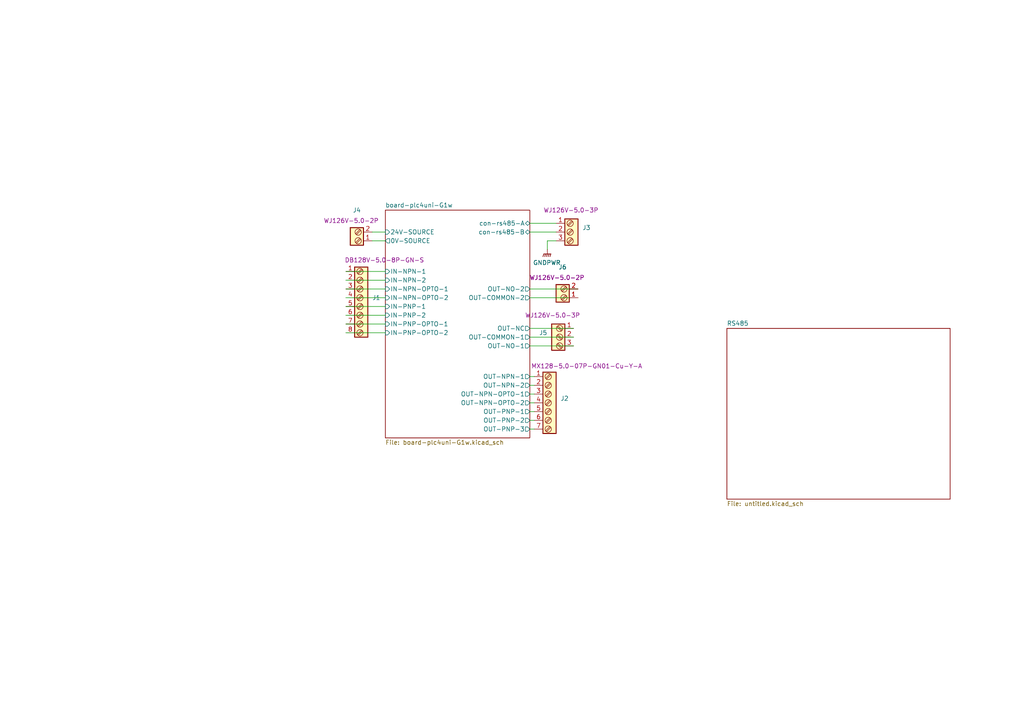
<source format=kicad_sch>
(kicad_sch
	(version 20250114)
	(generator "eeschema")
	(generator_version "9.0")
	(uuid "65c875c0-73bd-43df-b6cd-4a685398cace")
	(paper "A4")
	(lib_symbols
		(symbol "PCM_SL_Screw_Terminal:Screw_Terminal_2_P5.00mm"
			(exclude_from_sim no)
			(in_bom yes)
			(on_board yes)
			(property "Reference" "J"
				(at 0 3.81 0)
				(effects
					(font
						(size 1.27 1.27)
					)
				)
			)
			(property "Value" "Screw_Terminal_2_P5.00mm"
				(at 0 -3.81 0)
				(effects
					(font
						(size 1.27 1.27)
					)
				)
			)
			(property "Footprint" "TerminalBlock_Phoenix:TerminalBlock_Phoenix_PT-1,5-2-5.0-H_1x02_P5.00mm_Horizontal"
				(at 1.27 -6.35 0)
				(effects
					(font
						(size 1.27 1.27)
					)
					(hide yes)
				)
			)
			(property "Datasheet" ""
				(at 0 0 0)
				(effects
					(font
						(size 1.27 1.27)
					)
					(hide yes)
				)
			)
			(property "Description" ""
				(at 0 0 0)
				(effects
					(font
						(size 1.27 1.27)
					)
					(hide yes)
				)
			)
			(property "ki_keywords" "Screw Terminal"
				(at 0 0 0)
				(effects
					(font
						(size 1.27 1.27)
					)
					(hide yes)
				)
			)
			(symbol "Screw_Terminal_2_P5.00mm_0_1"
				(rectangle
					(start -1.27 2.54)
					(end 2.54 -2.54)
					(stroke
						(width 0.3)
						(type default)
					)
					(fill
						(type background)
					)
				)
				(polyline
					(pts
						(xy -0.254 0.508) (xy 1.016 1.778)
					)
					(stroke
						(width 0)
						(type default)
					)
					(fill
						(type none)
					)
				)
				(polyline
					(pts
						(xy -0.254 -2.032) (xy 1.016 -0.762)
					)
					(stroke
						(width 0)
						(type default)
					)
					(fill
						(type none)
					)
				)
				(polyline
					(pts
						(xy 0 1.27) (xy -0.508 0.762) (xy 0.762 2.032)
					)
					(stroke
						(width 0)
						(type default)
					)
					(fill
						(type none)
					)
				)
				(polyline
					(pts
						(xy 0 -1.27) (xy -0.508 -1.778) (xy 0.762 -0.508)
					)
					(stroke
						(width 0)
						(type default)
					)
					(fill
						(type none)
					)
				)
				(circle
					(center 0.254 1.27)
					(radius 0.9158)
					(stroke
						(width 0)
						(type default)
					)
					(fill
						(type none)
					)
				)
				(circle
					(center 0.254 -1.27)
					(radius 0.9158)
					(stroke
						(width 0)
						(type default)
					)
					(fill
						(type none)
					)
				)
			)
			(symbol "Screw_Terminal_2_P5.00mm_1_1"
				(pin passive line
					(at -3.81 1.27 0)
					(length 2.54)
					(name ""
						(effects
							(font
								(size 1.27 1.27)
							)
						)
					)
					(number "1"
						(effects
							(font
								(size 1.27 1.27)
							)
						)
					)
				)
				(pin passive line
					(at -3.81 -1.27 0)
					(length 2.54)
					(name ""
						(effects
							(font
								(size 1.27 1.27)
							)
						)
					)
					(number "2"
						(effects
							(font
								(size 1.27 1.27)
							)
						)
					)
				)
			)
			(embedded_fonts no)
		)
		(symbol "PCM_SL_Screw_Terminal:Screw_Terminal_3_P5.00mm"
			(exclude_from_sim no)
			(in_bom yes)
			(on_board yes)
			(property "Reference" "J"
				(at 0 5.842 0)
				(effects
					(font
						(size 1.27 1.27)
					)
				)
			)
			(property "Value" "Screw_Terminal_3_P5.00mm"
				(at 1.27 -5.588 0)
				(effects
					(font
						(size 1.27 1.27)
					)
				)
			)
			(property "Footprint" "TerminalBlock_Phoenix:TerminalBlock_Phoenix_PT-1,5-3-5.0-H_1x03_P5.00mm_Horizontal"
				(at 1.27 -7.62 0)
				(effects
					(font
						(size 1.27 1.27)
					)
					(hide yes)
				)
			)
			(property "Datasheet" ""
				(at 0 1.27 0)
				(effects
					(font
						(size 1.27 1.27)
					)
					(hide yes)
				)
			)
			(property "Description" ""
				(at 0 0 0)
				(effects
					(font
						(size 1.27 1.27)
					)
					(hide yes)
				)
			)
			(symbol "Screw_Terminal_3_P5.00mm_0_1"
				(rectangle
					(start -1.27 3.81)
					(end 2.54 -3.81)
					(stroke
						(width 0.3)
						(type default)
					)
					(fill
						(type background)
					)
				)
				(polyline
					(pts
						(xy -0.254 1.778) (xy 1.016 3.048)
					)
					(stroke
						(width 0)
						(type default)
					)
					(fill
						(type none)
					)
				)
				(polyline
					(pts
						(xy -0.254 -0.762) (xy 1.016 0.508)
					)
					(stroke
						(width 0)
						(type default)
					)
					(fill
						(type none)
					)
				)
				(polyline
					(pts
						(xy -0.254 -3.302) (xy 1.016 -2.032)
					)
					(stroke
						(width 0)
						(type default)
					)
					(fill
						(type none)
					)
				)
				(polyline
					(pts
						(xy 0 2.54) (xy -0.508 2.032) (xy 0.762 3.302)
					)
					(stroke
						(width 0)
						(type default)
					)
					(fill
						(type none)
					)
				)
				(polyline
					(pts
						(xy 0 0) (xy -0.508 -0.508) (xy 0.762 0.762)
					)
					(stroke
						(width 0)
						(type default)
					)
					(fill
						(type none)
					)
				)
				(polyline
					(pts
						(xy 0 -2.54) (xy -0.508 -3.048) (xy 0.762 -1.778)
					)
					(stroke
						(width 0)
						(type default)
					)
					(fill
						(type none)
					)
				)
				(circle
					(center 0.254 2.54)
					(radius 0.9158)
					(stroke
						(width 0)
						(type default)
					)
					(fill
						(type none)
					)
				)
				(circle
					(center 0.254 0)
					(radius 0.9158)
					(stroke
						(width 0)
						(type default)
					)
					(fill
						(type none)
					)
				)
				(circle
					(center 0.254 -2.54)
					(radius 0.9158)
					(stroke
						(width 0)
						(type default)
					)
					(fill
						(type none)
					)
				)
			)
			(symbol "Screw_Terminal_3_P5.00mm_1_1"
				(pin passive line
					(at -3.81 2.54 0)
					(length 2.54)
					(name ""
						(effects
							(font
								(size 1.27 1.27)
							)
						)
					)
					(number "1"
						(effects
							(font
								(size 1.27 1.27)
							)
						)
					)
				)
				(pin passive line
					(at -3.81 0 0)
					(length 2.54)
					(name ""
						(effects
							(font
								(size 1.27 1.27)
							)
						)
					)
					(number "2"
						(effects
							(font
								(size 1.27 1.27)
							)
						)
					)
				)
				(pin passive line
					(at -3.81 -2.54 0)
					(length 2.54)
					(name ""
						(effects
							(font
								(size 1.27 1.27)
							)
						)
					)
					(number "3"
						(effects
							(font
								(size 1.27 1.27)
							)
						)
					)
				)
			)
			(embedded_fonts no)
		)
		(symbol "PCM_SL_Screw_Terminal:Screw_Terminal_7_P5.00mm"
			(exclude_from_sim no)
			(in_bom yes)
			(on_board yes)
			(property "Reference" "J"
				(at 0 10.16 0)
				(effects
					(font
						(size 1.27 1.27)
					)
				)
			)
			(property "Value" "Screw_Terminal_7_P5.00mm"
				(at 1.27 -10.16 0)
				(effects
					(font
						(size 1.27 1.27)
					)
				)
			)
			(property "Footprint" "TerminalBlock_Phoenix:TerminalBlock_Phoenix_PT-1,5-7-5.0-H_1x07_P5.00mm_Horizontal"
				(at 1.27 -12.7 0)
				(effects
					(font
						(size 1.27 1.27)
					)
					(hide yes)
				)
			)
			(property "Datasheet" ""
				(at 0 6.35 0)
				(effects
					(font
						(size 1.27 1.27)
					)
					(hide yes)
				)
			)
			(property "Description" ""
				(at 0 0 0)
				(effects
					(font
						(size 1.27 1.27)
					)
					(hide yes)
				)
			)
			(symbol "Screw_Terminal_7_P5.00mm_0_1"
				(rectangle
					(start -1.27 8.89)
					(end 2.54 -8.89)
					(stroke
						(width 0.3)
						(type default)
					)
					(fill
						(type background)
					)
				)
				(polyline
					(pts
						(xy -0.254 6.858) (xy 1.016 8.128)
					)
					(stroke
						(width 0)
						(type default)
					)
					(fill
						(type none)
					)
				)
				(polyline
					(pts
						(xy -0.254 4.318) (xy 1.016 5.588)
					)
					(stroke
						(width 0)
						(type default)
					)
					(fill
						(type none)
					)
				)
				(polyline
					(pts
						(xy -0.254 1.778) (xy 1.016 3.048)
					)
					(stroke
						(width 0)
						(type default)
					)
					(fill
						(type none)
					)
				)
				(polyline
					(pts
						(xy -0.254 -0.762) (xy 1.016 0.508)
					)
					(stroke
						(width 0)
						(type default)
					)
					(fill
						(type none)
					)
				)
				(polyline
					(pts
						(xy -0.254 -3.302) (xy 1.016 -2.032)
					)
					(stroke
						(width 0)
						(type default)
					)
					(fill
						(type none)
					)
				)
				(polyline
					(pts
						(xy -0.254 -5.842) (xy 1.016 -4.572)
					)
					(stroke
						(width 0)
						(type default)
					)
					(fill
						(type none)
					)
				)
				(polyline
					(pts
						(xy -0.254 -8.382) (xy 1.016 -7.112)
					)
					(stroke
						(width 0)
						(type default)
					)
					(fill
						(type none)
					)
				)
				(polyline
					(pts
						(xy 0 7.62) (xy -0.508 7.112) (xy 0.762 8.382)
					)
					(stroke
						(width 0)
						(type default)
					)
					(fill
						(type none)
					)
				)
				(polyline
					(pts
						(xy 0 5.08) (xy -0.508 4.572) (xy 0.762 5.842)
					)
					(stroke
						(width 0)
						(type default)
					)
					(fill
						(type none)
					)
				)
				(polyline
					(pts
						(xy 0 2.54) (xy -0.508 2.032) (xy 0.762 3.302)
					)
					(stroke
						(width 0)
						(type default)
					)
					(fill
						(type none)
					)
				)
				(polyline
					(pts
						(xy 0 0) (xy -0.508 -0.508) (xy 0.762 0.762)
					)
					(stroke
						(width 0)
						(type default)
					)
					(fill
						(type none)
					)
				)
				(polyline
					(pts
						(xy 0 -2.54) (xy -0.508 -3.048) (xy 0.762 -1.778)
					)
					(stroke
						(width 0)
						(type default)
					)
					(fill
						(type none)
					)
				)
				(polyline
					(pts
						(xy 0 -5.08) (xy -0.508 -5.588) (xy 0.762 -4.318)
					)
					(stroke
						(width 0)
						(type default)
					)
					(fill
						(type none)
					)
				)
				(polyline
					(pts
						(xy 0 -7.62) (xy -0.508 -8.128) (xy 0.762 -6.858)
					)
					(stroke
						(width 0)
						(type default)
					)
					(fill
						(type none)
					)
				)
				(circle
					(center 0.254 7.62)
					(radius 0.9158)
					(stroke
						(width 0)
						(type default)
					)
					(fill
						(type none)
					)
				)
				(circle
					(center 0.254 5.08)
					(radius 0.9158)
					(stroke
						(width 0)
						(type default)
					)
					(fill
						(type none)
					)
				)
				(circle
					(center 0.254 2.54)
					(radius 0.9158)
					(stroke
						(width 0)
						(type default)
					)
					(fill
						(type none)
					)
				)
				(circle
					(center 0.254 0)
					(radius 0.9158)
					(stroke
						(width 0)
						(type default)
					)
					(fill
						(type none)
					)
				)
				(circle
					(center 0.254 -2.54)
					(radius 0.9158)
					(stroke
						(width 0)
						(type default)
					)
					(fill
						(type none)
					)
				)
				(circle
					(center 0.254 -5.08)
					(radius 0.9158)
					(stroke
						(width 0)
						(type default)
					)
					(fill
						(type none)
					)
				)
				(circle
					(center 0.254 -7.62)
					(radius 0.9158)
					(stroke
						(width 0)
						(type default)
					)
					(fill
						(type none)
					)
				)
			)
			(symbol "Screw_Terminal_7_P5.00mm_1_1"
				(pin passive line
					(at -3.81 7.62 0)
					(length 2.54)
					(name ""
						(effects
							(font
								(size 1.27 1.27)
							)
						)
					)
					(number "1"
						(effects
							(font
								(size 1.27 1.27)
							)
						)
					)
				)
				(pin passive line
					(at -3.81 5.08 0)
					(length 2.54)
					(name ""
						(effects
							(font
								(size 1.27 1.27)
							)
						)
					)
					(number "2"
						(effects
							(font
								(size 1.27 1.27)
							)
						)
					)
				)
				(pin passive line
					(at -3.81 2.54 0)
					(length 2.54)
					(name ""
						(effects
							(font
								(size 1.27 1.27)
							)
						)
					)
					(number "3"
						(effects
							(font
								(size 1.27 1.27)
							)
						)
					)
				)
				(pin passive line
					(at -3.81 0 0)
					(length 2.54)
					(name ""
						(effects
							(font
								(size 1.27 1.27)
							)
						)
					)
					(number "4"
						(effects
							(font
								(size 1.27 1.27)
							)
						)
					)
				)
				(pin passive line
					(at -3.81 -2.54 0)
					(length 2.54)
					(name ""
						(effects
							(font
								(size 1.27 1.27)
							)
						)
					)
					(number "5"
						(effects
							(font
								(size 1.27 1.27)
							)
						)
					)
				)
				(pin passive line
					(at -3.81 -5.08 0)
					(length 2.54)
					(name ""
						(effects
							(font
								(size 1.27 1.27)
							)
						)
					)
					(number "6"
						(effects
							(font
								(size 1.27 1.27)
							)
						)
					)
				)
				(pin passive line
					(at -3.81 -7.62 0)
					(length 2.54)
					(name ""
						(effects
							(font
								(size 1.27 1.27)
							)
						)
					)
					(number "7"
						(effects
							(font
								(size 1.27 1.27)
							)
						)
					)
				)
			)
			(embedded_fonts no)
		)
		(symbol "PCM_SL_Screw_Terminal:Screw_Terminal_8_P5.00mm"
			(exclude_from_sim no)
			(in_bom yes)
			(on_board yes)
			(property "Reference" "J"
				(at 0 11.43 0)
				(effects
					(font
						(size 1.27 1.27)
					)
				)
			)
			(property "Value" "Screw_Terminal_8_P5.00mm"
				(at 1.27 -11.43 0)
				(effects
					(font
						(size 1.27 1.27)
					)
				)
			)
			(property "Footprint" "TerminalBlock_Phoenix:TerminalBlock_Phoenix_PT-1,5-8-5.0-H_1x08_P5.00mm_Horizontal"
				(at 1.27 -13.97 0)
				(effects
					(font
						(size 1.27 1.27)
					)
					(hide yes)
				)
			)
			(property "Datasheet" ""
				(at 0 7.62 0)
				(effects
					(font
						(size 1.27 1.27)
					)
					(hide yes)
				)
			)
			(property "Description" ""
				(at 0 0 0)
				(effects
					(font
						(size 1.27 1.27)
					)
					(hide yes)
				)
			)
			(symbol "Screw_Terminal_8_P5.00mm_0_1"
				(rectangle
					(start -1.27 10.16)
					(end 2.54 -10.16)
					(stroke
						(width 0.3)
						(type default)
					)
					(fill
						(type background)
					)
				)
				(polyline
					(pts
						(xy -0.254 8.128) (xy 1.016 9.398)
					)
					(stroke
						(width 0)
						(type default)
					)
					(fill
						(type none)
					)
				)
				(polyline
					(pts
						(xy -0.254 5.588) (xy 1.016 6.858)
					)
					(stroke
						(width 0)
						(type default)
					)
					(fill
						(type none)
					)
				)
				(polyline
					(pts
						(xy -0.254 3.048) (xy 1.016 4.318)
					)
					(stroke
						(width 0)
						(type default)
					)
					(fill
						(type none)
					)
				)
				(polyline
					(pts
						(xy -0.254 0.508) (xy 1.016 1.778)
					)
					(stroke
						(width 0)
						(type default)
					)
					(fill
						(type none)
					)
				)
				(polyline
					(pts
						(xy -0.254 -2.032) (xy 1.016 -0.762)
					)
					(stroke
						(width 0)
						(type default)
					)
					(fill
						(type none)
					)
				)
				(polyline
					(pts
						(xy -0.254 -4.572) (xy 1.016 -3.302)
					)
					(stroke
						(width 0)
						(type default)
					)
					(fill
						(type none)
					)
				)
				(polyline
					(pts
						(xy -0.254 -7.112) (xy 1.016 -5.842)
					)
					(stroke
						(width 0)
						(type default)
					)
					(fill
						(type none)
					)
				)
				(polyline
					(pts
						(xy -0.254 -9.652) (xy 1.016 -8.382)
					)
					(stroke
						(width 0)
						(type default)
					)
					(fill
						(type none)
					)
				)
				(polyline
					(pts
						(xy 0 8.89) (xy -0.508 8.382) (xy 0.762 9.652)
					)
					(stroke
						(width 0)
						(type default)
					)
					(fill
						(type none)
					)
				)
				(polyline
					(pts
						(xy 0 6.35) (xy -0.508 5.842) (xy 0.762 7.112)
					)
					(stroke
						(width 0)
						(type default)
					)
					(fill
						(type none)
					)
				)
				(polyline
					(pts
						(xy 0 3.81) (xy -0.508 3.302) (xy 0.762 4.572)
					)
					(stroke
						(width 0)
						(type default)
					)
					(fill
						(type none)
					)
				)
				(polyline
					(pts
						(xy 0 1.27) (xy -0.508 0.762) (xy 0.762 2.032)
					)
					(stroke
						(width 0)
						(type default)
					)
					(fill
						(type none)
					)
				)
				(polyline
					(pts
						(xy 0 -1.27) (xy -0.508 -1.778) (xy 0.762 -0.508)
					)
					(stroke
						(width 0)
						(type default)
					)
					(fill
						(type none)
					)
				)
				(polyline
					(pts
						(xy 0 -3.81) (xy -0.508 -4.318) (xy 0.762 -3.048)
					)
					(stroke
						(width 0)
						(type default)
					)
					(fill
						(type none)
					)
				)
				(polyline
					(pts
						(xy 0 -6.35) (xy -0.508 -6.858) (xy 0.762 -5.588)
					)
					(stroke
						(width 0)
						(type default)
					)
					(fill
						(type none)
					)
				)
				(polyline
					(pts
						(xy 0 -8.89) (xy -0.508 -9.398) (xy 0.762 -8.128)
					)
					(stroke
						(width 0)
						(type default)
					)
					(fill
						(type none)
					)
				)
				(circle
					(center 0.254 8.89)
					(radius 0.9158)
					(stroke
						(width 0)
						(type default)
					)
					(fill
						(type none)
					)
				)
				(circle
					(center 0.254 6.35)
					(radius 0.9158)
					(stroke
						(width 0)
						(type default)
					)
					(fill
						(type none)
					)
				)
				(circle
					(center 0.254 3.81)
					(radius 0.9158)
					(stroke
						(width 0)
						(type default)
					)
					(fill
						(type none)
					)
				)
				(circle
					(center 0.254 1.27)
					(radius 0.9158)
					(stroke
						(width 0)
						(type default)
					)
					(fill
						(type none)
					)
				)
				(circle
					(center 0.254 -1.27)
					(radius 0.9158)
					(stroke
						(width 0)
						(type default)
					)
					(fill
						(type none)
					)
				)
				(circle
					(center 0.254 -3.81)
					(radius 0.9158)
					(stroke
						(width 0)
						(type default)
					)
					(fill
						(type none)
					)
				)
				(circle
					(center 0.254 -6.35)
					(radius 0.9158)
					(stroke
						(width 0)
						(type default)
					)
					(fill
						(type none)
					)
				)
				(circle
					(center 0.254 -8.89)
					(radius 0.9158)
					(stroke
						(width 0)
						(type default)
					)
					(fill
						(type none)
					)
				)
			)
			(symbol "Screw_Terminal_8_P5.00mm_1_1"
				(pin passive line
					(at -3.81 8.89 0)
					(length 2.54)
					(name ""
						(effects
							(font
								(size 1.27 1.27)
							)
						)
					)
					(number "1"
						(effects
							(font
								(size 1.27 1.27)
							)
						)
					)
				)
				(pin passive line
					(at -3.81 6.35 0)
					(length 2.54)
					(name ""
						(effects
							(font
								(size 1.27 1.27)
							)
						)
					)
					(number "2"
						(effects
							(font
								(size 1.27 1.27)
							)
						)
					)
				)
				(pin passive line
					(at -3.81 3.81 0)
					(length 2.54)
					(name ""
						(effects
							(font
								(size 1.27 1.27)
							)
						)
					)
					(number "3"
						(effects
							(font
								(size 1.27 1.27)
							)
						)
					)
				)
				(pin passive line
					(at -3.81 1.27 0)
					(length 2.54)
					(name ""
						(effects
							(font
								(size 1.27 1.27)
							)
						)
					)
					(number "4"
						(effects
							(font
								(size 1.27 1.27)
							)
						)
					)
				)
				(pin passive line
					(at -3.81 -1.27 0)
					(length 2.54)
					(name ""
						(effects
							(font
								(size 1.27 1.27)
							)
						)
					)
					(number "5"
						(effects
							(font
								(size 1.27 1.27)
							)
						)
					)
				)
				(pin passive line
					(at -3.81 -3.81 0)
					(length 2.54)
					(name ""
						(effects
							(font
								(size 1.27 1.27)
							)
						)
					)
					(number "6"
						(effects
							(font
								(size 1.27 1.27)
							)
						)
					)
				)
				(pin passive line
					(at -3.81 -6.35 0)
					(length 2.54)
					(name ""
						(effects
							(font
								(size 1.27 1.27)
							)
						)
					)
					(number "7"
						(effects
							(font
								(size 1.27 1.27)
							)
						)
					)
				)
				(pin passive line
					(at -3.81 -8.89 0)
					(length 2.54)
					(name ""
						(effects
							(font
								(size 1.27 1.27)
							)
						)
					)
					(number "8"
						(effects
							(font
								(size 1.27 1.27)
							)
						)
					)
				)
			)
			(embedded_fonts no)
		)
		(symbol "power:GNDPWR"
			(power)
			(pin_numbers
				(hide yes)
			)
			(pin_names
				(offset 0)
				(hide yes)
			)
			(exclude_from_sim no)
			(in_bom yes)
			(on_board yes)
			(property "Reference" "#PWR"
				(at 0 -5.08 0)
				(effects
					(font
						(size 1.27 1.27)
					)
					(hide yes)
				)
			)
			(property "Value" "GNDPWR"
				(at 0 -3.302 0)
				(effects
					(font
						(size 1.27 1.27)
					)
				)
			)
			(property "Footprint" ""
				(at 0 -1.27 0)
				(effects
					(font
						(size 1.27 1.27)
					)
					(hide yes)
				)
			)
			(property "Datasheet" ""
				(at 0 -1.27 0)
				(effects
					(font
						(size 1.27 1.27)
					)
					(hide yes)
				)
			)
			(property "Description" "Power symbol creates a global label with name \"GNDPWR\" , global ground"
				(at 0 0 0)
				(effects
					(font
						(size 1.27 1.27)
					)
					(hide yes)
				)
			)
			(property "ki_keywords" "global ground"
				(at 0 0 0)
				(effects
					(font
						(size 1.27 1.27)
					)
					(hide yes)
				)
			)
			(symbol "GNDPWR_0_1"
				(polyline
					(pts
						(xy -1.016 -1.27) (xy -1.27 -2.032) (xy -1.27 -2.032)
					)
					(stroke
						(width 0.2032)
						(type default)
					)
					(fill
						(type none)
					)
				)
				(polyline
					(pts
						(xy -0.508 -1.27) (xy -0.762 -2.032) (xy -0.762 -2.032)
					)
					(stroke
						(width 0.2032)
						(type default)
					)
					(fill
						(type none)
					)
				)
				(polyline
					(pts
						(xy 0 -1.27) (xy 0 0)
					)
					(stroke
						(width 0)
						(type default)
					)
					(fill
						(type none)
					)
				)
				(polyline
					(pts
						(xy 0 -1.27) (xy -0.254 -2.032) (xy -0.254 -2.032)
					)
					(stroke
						(width 0.2032)
						(type default)
					)
					(fill
						(type none)
					)
				)
				(polyline
					(pts
						(xy 0.508 -1.27) (xy 0.254 -2.032) (xy 0.254 -2.032)
					)
					(stroke
						(width 0.2032)
						(type default)
					)
					(fill
						(type none)
					)
				)
				(polyline
					(pts
						(xy 1.016 -1.27) (xy -1.016 -1.27) (xy -1.016 -1.27)
					)
					(stroke
						(width 0.2032)
						(type default)
					)
					(fill
						(type none)
					)
				)
				(polyline
					(pts
						(xy 1.016 -1.27) (xy 0.762 -2.032) (xy 0.762 -2.032) (xy 0.762 -2.032)
					)
					(stroke
						(width 0.2032)
						(type default)
					)
					(fill
						(type none)
					)
				)
			)
			(symbol "GNDPWR_1_1"
				(pin power_in line
					(at 0 0 270)
					(length 0)
					(name "~"
						(effects
							(font
								(size 1.27 1.27)
							)
						)
					)
					(number "1"
						(effects
							(font
								(size 1.27 1.27)
							)
						)
					)
				)
			)
			(embedded_fonts no)
		)
	)
	(wire
		(pts
			(xy 161.29 69.85) (xy 158.75 69.85)
		)
		(stroke
			(width 0)
			(type default)
		)
		(uuid "03352d34-1142-4e45-8dc1-4126c9b4eb18")
	)
	(wire
		(pts
			(xy 111.76 78.74) (xy 100.33 78.74)
		)
		(stroke
			(width 0)
			(type default)
		)
		(uuid "079edcce-4806-41b4-97cb-5936c88ad2d0")
	)
	(wire
		(pts
			(xy 153.67 119.38) (xy 154.94 119.38)
		)
		(stroke
			(width 0)
			(type default)
		)
		(uuid "085e81cf-17ab-4476-9c87-760e0f5f61aa")
	)
	(wire
		(pts
			(xy 111.76 96.52) (xy 100.33 96.52)
		)
		(stroke
			(width 0)
			(type default)
		)
		(uuid "15dae2f2-42bb-46fa-974f-88e1cbdcacc7")
	)
	(wire
		(pts
			(xy 107.95 69.85) (xy 111.76 69.85)
		)
		(stroke
			(width 0)
			(type default)
		)
		(uuid "3e3375e4-061c-4eb8-8747-6fbf6badb465")
	)
	(wire
		(pts
			(xy 153.67 111.76) (xy 154.94 111.76)
		)
		(stroke
			(width 0)
			(type default)
		)
		(uuid "452feed4-a3d1-43a4-b693-333f78c78bcb")
	)
	(wire
		(pts
			(xy 111.76 86.36) (xy 100.33 86.36)
		)
		(stroke
			(width 0)
			(type default)
		)
		(uuid "4634328d-203a-4227-8d51-7c5db978b105")
	)
	(wire
		(pts
			(xy 153.67 109.22) (xy 154.94 109.22)
		)
		(stroke
			(width 0)
			(type default)
		)
		(uuid "5527908b-5437-4a0d-b355-59f7e6c604f3")
	)
	(wire
		(pts
			(xy 167.64 83.82) (xy 153.67 83.82)
		)
		(stroke
			(width 0)
			(type default)
		)
		(uuid "61f68606-d84b-49cd-8c67-089a9af15797")
	)
	(wire
		(pts
			(xy 111.76 91.44) (xy 100.33 91.44)
		)
		(stroke
			(width 0)
			(type default)
		)
		(uuid "7a3d9bc5-e1dd-40a0-8ab5-2512187d2db7")
	)
	(wire
		(pts
			(xy 153.67 116.84) (xy 154.94 116.84)
		)
		(stroke
			(width 0)
			(type default)
		)
		(uuid "81175b23-05df-476f-be19-282c5a83264b")
	)
	(wire
		(pts
			(xy 166.37 95.25) (xy 153.67 95.25)
		)
		(stroke
			(width 0)
			(type default)
		)
		(uuid "a3a1e990-1143-440e-a02f-48b539e5b2ee")
	)
	(wire
		(pts
			(xy 166.37 97.79) (xy 153.67 97.79)
		)
		(stroke
			(width 0)
			(type default)
		)
		(uuid "a5b1d96b-5e0c-40c7-bd06-a4a41388f35f")
	)
	(wire
		(pts
			(xy 111.76 88.9) (xy 100.33 88.9)
		)
		(stroke
			(width 0)
			(type default)
		)
		(uuid "abb8b94a-af04-4ac5-9dd2-b6ceb2cdfdfe")
	)
	(wire
		(pts
			(xy 153.67 67.31) (xy 161.29 67.31)
		)
		(stroke
			(width 0)
			(type default)
		)
		(uuid "b19943c1-ff01-4b57-aa4c-443fbe76c9fa")
	)
	(wire
		(pts
			(xy 153.67 124.46) (xy 154.94 124.46)
		)
		(stroke
			(width 0)
			(type default)
		)
		(uuid "bb4d4d62-e2b9-4138-a90d-7dc82be6119f")
	)
	(wire
		(pts
			(xy 166.37 100.33) (xy 153.67 100.33)
		)
		(stroke
			(width 0)
			(type default)
		)
		(uuid "bf60e056-d313-4032-93c3-b33193e19282")
	)
	(wire
		(pts
			(xy 153.67 114.3) (xy 154.94 114.3)
		)
		(stroke
			(width 0)
			(type default)
		)
		(uuid "d10666dc-5fdd-4d4d-bc1a-9da8297f7a7f")
	)
	(wire
		(pts
			(xy 167.64 86.36) (xy 153.67 86.36)
		)
		(stroke
			(width 0)
			(type default)
		)
		(uuid "d3da9fb5-dc90-4c32-b6ab-fb66f9f949f1")
	)
	(wire
		(pts
			(xy 111.76 93.98) (xy 100.33 93.98)
		)
		(stroke
			(width 0)
			(type default)
		)
		(uuid "dd40cb90-db4e-4f2b-94ec-a50b681fb0ab")
	)
	(wire
		(pts
			(xy 158.75 69.85) (xy 158.75 72.39)
		)
		(stroke
			(width 0)
			(type default)
		)
		(uuid "dff67e2f-9498-4573-9b71-639c4a5cfbc8")
	)
	(wire
		(pts
			(xy 153.67 64.77) (xy 161.29 64.77)
		)
		(stroke
			(width 0)
			(type default)
		)
		(uuid "e746e233-f89f-4874-9461-9c01710f0050")
	)
	(wire
		(pts
			(xy 107.95 67.31) (xy 111.76 67.31)
		)
		(stroke
			(width 0)
			(type default)
		)
		(uuid "e926c473-1bc5-4ef1-8d43-ec482eab9839")
	)
	(wire
		(pts
			(xy 111.76 83.82) (xy 100.33 83.82)
		)
		(stroke
			(width 0)
			(type default)
		)
		(uuid "f2a1d2ca-a786-4cf2-b97d-7c72eb2933bd")
	)
	(wire
		(pts
			(xy 153.67 121.92) (xy 154.94 121.92)
		)
		(stroke
			(width 0)
			(type default)
		)
		(uuid "fa829913-db58-4010-a429-00ff16db3586")
	)
	(wire
		(pts
			(xy 111.76 81.28) (xy 100.33 81.28)
		)
		(stroke
			(width 0)
			(type default)
		)
		(uuid "fc1eea16-7749-43c9-9bfb-46664953fae5")
	)
	(symbol
		(lib_id "PCM_SL_Screw_Terminal:Screw_Terminal_8_P5.00mm")
		(at 104.14 87.63 0)
		(unit 1)
		(exclude_from_sim no)
		(in_bom yes)
		(on_board yes)
		(dnp no)
		(uuid "3cddcfb9-563a-4605-9cfe-b1a6f178aa0b")
		(property "Reference" "J1"
			(at 107.95 86.3599 0)
			(effects
				(font
					(size 1.27 1.27)
				)
				(justify left)
			)
		)
		(property "Value" "Screw_Terminal_8_P5.00mm"
			(at 107.95 88.8999 0)
			(effects
				(font
					(size 1.27 1.27)
				)
				(justify left)
				(hide yes)
			)
		)
		(property "Footprint" "TerminalBlock_Phoenix:TerminalBlock_Phoenix_PT-1,5-8-5.0-H_1x08_P5.00mm_Horizontal"
			(at 105.41 101.6 0)
			(effects
				(font
					(size 1.27 1.27)
				)
				(hide yes)
			)
		)
		(property "Datasheet" ""
			(at 104.14 80.01 0)
			(effects
				(font
					(size 1.27 1.27)
				)
				(hide yes)
			)
		)
		(property "Description" ""
			(at 104.14 87.63 0)
			(effects
				(font
					(size 1.27 1.27)
				)
				(hide yes)
			)
		)
		(property "Part number" "DB128V-5.0-8P-GN-S"
			(at 111.506 75.438 0)
			(effects
				(font
					(size 1.27 1.27)
				)
			)
		)
		(pin "1"
			(uuid "d1b4abad-7662-49a8-b2e5-5b8a0b5e4fe3")
		)
		(pin "4"
			(uuid "c4067109-47be-4bcf-8548-a9a31fc95bf8")
		)
		(pin "6"
			(uuid "eb8f66e6-ea79-4729-9325-b899875da18d")
		)
		(pin "2"
			(uuid "c6b0b386-e7b3-447f-a03e-38f22ca55c7b")
		)
		(pin "3"
			(uuid "aa750681-9cb6-4bc7-b834-87b46634e58f")
		)
		(pin "5"
			(uuid "840f3928-d79d-4660-8e4e-48c1260e91ad")
		)
		(pin "7"
			(uuid "192a09dd-57c0-45bc-b8c4-ce2fb5bc0456")
		)
		(pin "8"
			(uuid "f789fed9-8423-4b1b-8448-802fdd89a988")
		)
		(instances
			(project ""
				(path "/65c875c0-73bd-43df-b6cd-4a685398cace"
					(reference "J1")
					(unit 1)
				)
			)
		)
	)
	(symbol
		(lib_id "PCM_SL_Screw_Terminal:Screw_Terminal_3_P5.00mm")
		(at 162.56 97.79 0)
		(mirror y)
		(unit 1)
		(exclude_from_sim no)
		(in_bom yes)
		(on_board yes)
		(dnp no)
		(uuid "705d24f3-43c8-4cb6-9517-30f779460e1b")
		(property "Reference" "J5"
			(at 158.75 96.5199 0)
			(effects
				(font
					(size 1.27 1.27)
				)
				(justify left)
			)
		)
		(property "Value" "Screw_Terminal_3_P5.00mm"
			(at 158.75 99.0599 0)
			(effects
				(font
					(size 1.27 1.27)
				)
				(justify left)
				(hide yes)
			)
		)
		(property "Footprint" "TerminalBlock_Phoenix:TerminalBlock_Phoenix_PT-1,5-3-5.0-H_1x03_P5.00mm_Horizontal"
			(at 161.29 105.41 0)
			(effects
				(font
					(size 1.27 1.27)
				)
				(hide yes)
			)
		)
		(property "Datasheet" ""
			(at 162.56 96.52 0)
			(effects
				(font
					(size 1.27 1.27)
				)
				(hide yes)
			)
		)
		(property "Description" ""
			(at 162.56 97.79 0)
			(effects
				(font
					(size 1.27 1.27)
				)
				(hide yes)
			)
		)
		(property "Part number" "WJ126V-5.0-3P"
			(at 160.274 91.44 0)
			(effects
				(font
					(size 1.27 1.27)
				)
			)
		)
		(pin "3"
			(uuid "23cf1d83-a305-4fc5-b574-f7c737622081")
		)
		(pin "1"
			(uuid "13416d82-901a-4389-a8a6-bfe0130f0b82")
		)
		(pin "2"
			(uuid "03b73d85-ac3b-4a33-91ae-53aa2eba5925")
		)
		(instances
			(project "Diseños de circuitos"
				(path "/65c875c0-73bd-43df-b6cd-4a685398cace"
					(reference "J5")
					(unit 1)
				)
			)
		)
	)
	(symbol
		(lib_id "PCM_SL_Screw_Terminal:Screw_Terminal_7_P5.00mm")
		(at 158.75 116.84 0)
		(unit 1)
		(exclude_from_sim no)
		(in_bom yes)
		(on_board yes)
		(dnp no)
		(uuid "739c6109-47e2-4c32-81e1-b7e7fe3d3803")
		(property "Reference" "J2"
			(at 162.56 115.5699 0)
			(effects
				(font
					(size 1.27 1.27)
				)
				(justify left)
			)
		)
		(property "Value" "Screw_Terminal_7_P5.00mm"
			(at 162.56 118.1099 0)
			(effects
				(font
					(size 1.27 1.27)
				)
				(justify left)
				(hide yes)
			)
		)
		(property "Footprint" "TerminalBlock_Phoenix:TerminalBlock_Phoenix_PT-1,5-7-5.0-H_1x07_P5.00mm_Horizontal"
			(at 160.02 129.54 0)
			(effects
				(font
					(size 1.27 1.27)
				)
				(hide yes)
			)
		)
		(property "Datasheet" ""
			(at 158.75 110.49 0)
			(effects
				(font
					(size 1.27 1.27)
				)
				(hide yes)
			)
		)
		(property "Description" ""
			(at 158.75 116.84 0)
			(effects
				(font
					(size 1.27 1.27)
				)
				(hide yes)
			)
		)
		(property "Part number" "MX128-5.0-07P-GN01-Cu-Y-A"
			(at 170.18 106.172 0)
			(effects
				(font
					(size 1.27 1.27)
				)
			)
		)
		(pin "5"
			(uuid "cddcebe7-e014-4466-b174-dfcf405633eb")
		)
		(pin "6"
			(uuid "79509b81-3976-409e-961d-651ec0af90fa")
		)
		(pin "3"
			(uuid "a8f53945-7e78-42a9-ae9c-71fc6557125e")
		)
		(pin "4"
			(uuid "09a6d9ed-0b54-4fab-9633-5c45904ecce6")
		)
		(pin "1"
			(uuid "902c02f7-22c8-456f-a2b1-416c115763be")
		)
		(pin "2"
			(uuid "52257f96-6f4f-40bf-b950-b0a4e92ad05e")
		)
		(pin "7"
			(uuid "3b49b010-c420-46f0-ab4b-d37ac2486795")
		)
		(instances
			(project ""
				(path "/65c875c0-73bd-43df-b6cd-4a685398cace"
					(reference "J2")
					(unit 1)
				)
			)
		)
	)
	(symbol
		(lib_id "power:GNDPWR")
		(at 158.75 72.39 0)
		(unit 1)
		(exclude_from_sim no)
		(in_bom yes)
		(on_board yes)
		(dnp no)
		(fields_autoplaced yes)
		(uuid "7d418694-8dbd-4318-bdad-c53a05d0ca34")
		(property "Reference" "#PWR01"
			(at 158.75 77.47 0)
			(effects
				(font
					(size 1.27 1.27)
				)
				(hide yes)
			)
		)
		(property "Value" "GNDPWR"
			(at 158.623 76.2 0)
			(effects
				(font
					(size 1.27 1.27)
				)
			)
		)
		(property "Footprint" ""
			(at 158.75 73.66 0)
			(effects
				(font
					(size 1.27 1.27)
				)
				(hide yes)
			)
		)
		(property "Datasheet" ""
			(at 158.75 73.66 0)
			(effects
				(font
					(size 1.27 1.27)
				)
				(hide yes)
			)
		)
		(property "Description" "Power symbol creates a global label with name \"GNDPWR\" , global ground"
			(at 158.75 72.39 0)
			(effects
				(font
					(size 1.27 1.27)
				)
				(hide yes)
			)
		)
		(pin "1"
			(uuid "488d8326-7e50-4d41-afab-931148ed61f5")
		)
		(instances
			(project ""
				(path "/65c875c0-73bd-43df-b6cd-4a685398cace"
					(reference "#PWR01")
					(unit 1)
				)
			)
		)
	)
	(symbol
		(lib_id "PCM_SL_Screw_Terminal:Screw_Terminal_2_P5.00mm")
		(at 163.83 85.09 180)
		(unit 1)
		(exclude_from_sim no)
		(in_bom yes)
		(on_board yes)
		(dnp no)
		(uuid "b34413ac-f6c4-42bc-b621-aa1aba289d3c")
		(property "Reference" "J6"
			(at 163.195 77.47 0)
			(effects
				(font
					(size 1.27 1.27)
				)
			)
		)
		(property "Value" "Screw_Terminal_2_P5.00mm"
			(at 163.195 80.01 0)
			(effects
				(font
					(size 1.27 1.27)
				)
				(hide yes)
			)
		)
		(property "Footprint" "TerminalBlock_Phoenix:TerminalBlock_Phoenix_PT-1,5-2-5.0-H_1x02_P5.00mm_Horizontal"
			(at 162.56 78.74 0)
			(effects
				(font
					(size 1.27 1.27)
				)
				(hide yes)
			)
		)
		(property "Datasheet" ""
			(at 163.83 85.09 0)
			(effects
				(font
					(size 1.27 1.27)
				)
				(hide yes)
			)
		)
		(property "Description" ""
			(at 163.83 85.09 0)
			(effects
				(font
					(size 1.27 1.27)
				)
				(hide yes)
			)
		)
		(property "Part number" "WJ126V-5.0-2P"
			(at 161.544 80.518 0)
			(effects
				(font
					(size 1.27 1.27)
				)
			)
		)
		(pin "1"
			(uuid "c1ee7bd0-1fce-4656-900e-086e3e717d2b")
		)
		(pin "2"
			(uuid "1c7fe48b-9d39-4376-b2ce-5a1245d0d2ed")
		)
		(instances
			(project "Diseños de circuitos"
				(path "/65c875c0-73bd-43df-b6cd-4a685398cace"
					(reference "J6")
					(unit 1)
				)
			)
		)
	)
	(symbol
		(lib_id "PCM_SL_Screw_Terminal:Screw_Terminal_3_P5.00mm")
		(at 165.1 67.31 0)
		(unit 1)
		(exclude_from_sim no)
		(in_bom yes)
		(on_board yes)
		(dnp no)
		(uuid "b82e050c-46d1-418a-889b-598d5fafd555")
		(property "Reference" "J3"
			(at 168.91 66.0399 0)
			(effects
				(font
					(size 1.27 1.27)
				)
				(justify left)
			)
		)
		(property "Value" "Screw_Terminal_3_P5.00mm"
			(at 168.91 68.5799 0)
			(effects
				(font
					(size 1.27 1.27)
				)
				(justify left)
				(hide yes)
			)
		)
		(property "Footprint" "TerminalBlock_Phoenix:TerminalBlock_Phoenix_PT-1,5-3-5.0-H_1x03_P5.00mm_Horizontal"
			(at 166.37 74.93 0)
			(effects
				(font
					(size 1.27 1.27)
				)
				(hide yes)
			)
		)
		(property "Datasheet" ""
			(at 165.1 66.04 0)
			(effects
				(font
					(size 1.27 1.27)
				)
				(hide yes)
			)
		)
		(property "Description" ""
			(at 165.1 67.31 0)
			(effects
				(font
					(size 1.27 1.27)
				)
				(hide yes)
			)
		)
		(property "Part number" "WJ126V-5.0-3P"
			(at 165.608 60.96 0)
			(effects
				(font
					(size 1.27 1.27)
				)
			)
		)
		(pin "3"
			(uuid "e71b3c54-0f19-43f8-9206-62c9d6df511f")
		)
		(pin "1"
			(uuid "109a13d3-b095-42e5-b33f-47483324c804")
		)
		(pin "2"
			(uuid "de936e87-2ce4-4c57-a86f-3de3acc03d64")
		)
		(instances
			(project ""
				(path "/65c875c0-73bd-43df-b6cd-4a685398cace"
					(reference "J3")
					(unit 1)
				)
			)
		)
	)
	(symbol
		(lib_id "PCM_SL_Screw_Terminal:Screw_Terminal_2_P5.00mm")
		(at 104.14 68.58 180)
		(unit 1)
		(exclude_from_sim no)
		(in_bom yes)
		(on_board yes)
		(dnp no)
		(uuid "f181ba1f-ff96-4f86-a855-4d7633529584")
		(property "Reference" "J4"
			(at 103.505 60.96 0)
			(effects
				(font
					(size 1.27 1.27)
				)
			)
		)
		(property "Value" "Screw_Terminal_2_P5.00mm"
			(at 103.505 63.5 0)
			(effects
				(font
					(size 1.27 1.27)
				)
				(hide yes)
			)
		)
		(property "Footprint" "TerminalBlock_Phoenix:TerminalBlock_Phoenix_PT-1,5-2-5.0-H_1x02_P5.00mm_Horizontal"
			(at 102.87 62.23 0)
			(effects
				(font
					(size 1.27 1.27)
				)
				(hide yes)
			)
		)
		(property "Datasheet" ""
			(at 104.14 68.58 0)
			(effects
				(font
					(size 1.27 1.27)
				)
				(hide yes)
			)
		)
		(property "Description" ""
			(at 104.14 68.58 0)
			(effects
				(font
					(size 1.27 1.27)
				)
				(hide yes)
			)
		)
		(property "Part number" "WJ126V-5.0-2P"
			(at 101.854 64.008 0)
			(effects
				(font
					(size 1.27 1.27)
				)
			)
		)
		(pin "1"
			(uuid "91fd3e48-af87-4e15-bae3-0037ec44d50f")
		)
		(pin "2"
			(uuid "cb133494-8777-44e3-9349-31479886c538")
		)
		(instances
			(project ""
				(path "/65c875c0-73bd-43df-b6cd-4a685398cace"
					(reference "J4")
					(unit 1)
				)
			)
		)
	)
	(sheet
		(at 111.76 60.96)
		(size 41.91 66.04)
		(exclude_from_sim no)
		(in_bom yes)
		(on_board yes)
		(dnp no)
		(fields_autoplaced yes)
		(stroke
			(width 0.1524)
			(type solid)
		)
		(fill
			(color 0 0 0 0.0000)
		)
		(uuid "3b453a73-5bb7-4645-a7e8-6e186968fa05")
		(property "Sheetname" "board-plc4uni-G1w"
			(at 111.76 60.2484 0)
			(effects
				(font
					(size 1.27 1.27)
				)
				(justify left bottom)
			)
		)
		(property "Sheetfile" "board-plc4uni-G1w.kicad_sch"
			(at 111.76 127.5846 0)
			(effects
				(font
					(size 1.27 1.27)
				)
				(justify left top)
			)
		)
		(pin "con-rs485-A" bidirectional
			(at 153.67 64.77 0)
			(uuid "b0080ad4-4399-4567-977b-d979d1c261b9")
			(effects
				(font
					(size 1.27 1.27)
				)
				(justify right)
			)
		)
		(pin "con-rs485-B" bidirectional
			(at 153.67 67.31 0)
			(uuid "0eb96141-bc5e-4178-8340-577eae8d2091")
			(effects
				(font
					(size 1.27 1.27)
				)
				(justify right)
			)
		)
		(pin "IN-NPN-1" input
			(at 111.76 78.74 180)
			(uuid "8332c738-fa0c-484b-a158-db1ace8d16ee")
			(effects
				(font
					(size 1.27 1.27)
				)
				(justify left)
			)
		)
		(pin "IN-NPN-2" input
			(at 111.76 81.28 180)
			(uuid "d008df39-a8f4-42a1-a879-2d492f50f0a8")
			(effects
				(font
					(size 1.27 1.27)
				)
				(justify left)
			)
		)
		(pin "IN-NPN-OPTO-1" input
			(at 111.76 83.82 180)
			(uuid "339aeb7c-4a64-4335-9b9d-0085a6e98ea6")
			(effects
				(font
					(size 1.27 1.27)
				)
				(justify left)
			)
		)
		(pin "IN-NPN-OPTO-2" input
			(at 111.76 86.36 180)
			(uuid "08cf8c76-823b-43f6-a724-43c66966a535")
			(effects
				(font
					(size 1.27 1.27)
				)
				(justify left)
			)
		)
		(pin "IN-PNP-1" input
			(at 111.76 88.9 180)
			(uuid "f1cf0ffd-e45d-4c20-b6b2-ad9ae0a0a6ff")
			(effects
				(font
					(size 1.27 1.27)
				)
				(justify left)
			)
		)
		(pin "IN-PNP-2" input
			(at 111.76 91.44 180)
			(uuid "8617585a-a3f7-4388-b94c-fd84d7399dd8")
			(effects
				(font
					(size 1.27 1.27)
				)
				(justify left)
			)
		)
		(pin "IN-PNP-OPTO-1" input
			(at 111.76 93.98 180)
			(uuid "55a13e53-2500-4c51-9be9-7708b7da0dcc")
			(effects
				(font
					(size 1.27 1.27)
				)
				(justify left)
			)
		)
		(pin "IN-PNP-OPTO-2" input
			(at 111.76 96.52 180)
			(uuid "af7a7ee1-a164-436d-8235-30de9a08e3ca")
			(effects
				(font
					(size 1.27 1.27)
				)
				(justify left)
			)
		)
		(pin "OUT-NPN-1" output
			(at 153.67 109.22 0)
			(uuid "8f22623a-da8d-42f1-94d6-1ebcc3085ac2")
			(effects
				(font
					(size 1.27 1.27)
				)
				(justify right)
			)
		)
		(pin "OUT-NPN-2" output
			(at 153.67 111.76 0)
			(uuid "519c204d-8f6d-4129-95a9-d51894d89052")
			(effects
				(font
					(size 1.27 1.27)
				)
				(justify right)
			)
		)
		(pin "OUT-NPN-OPTO-1" output
			(at 153.67 114.3 0)
			(uuid "18fa5188-38fc-48d1-bc0d-43b6056282aa")
			(effects
				(font
					(size 1.27 1.27)
				)
				(justify right)
			)
		)
		(pin "OUT-NPN-OPTO-2" output
			(at 153.67 116.84 0)
			(uuid "f63ff90e-a5bf-4317-9fbf-cafdced69cd2")
			(effects
				(font
					(size 1.27 1.27)
				)
				(justify right)
			)
		)
		(pin "OUT-PNP-1" output
			(at 153.67 119.38 0)
			(uuid "c11d9580-8dba-4e0d-8f27-f2fcbbd19cc1")
			(effects
				(font
					(size 1.27 1.27)
				)
				(justify right)
			)
		)
		(pin "OUT-PNP-2" output
			(at 153.67 121.92 0)
			(uuid "99fb4286-6a6b-4e7b-a86a-7fa2a52618d7")
			(effects
				(font
					(size 1.27 1.27)
				)
				(justify right)
			)
		)
		(pin "OUT-PNP-3" output
			(at 153.67 124.46 0)
			(uuid "7b0fc65f-a8af-4de3-b988-31015115ca4e")
			(effects
				(font
					(size 1.27 1.27)
				)
				(justify right)
			)
		)
		(pin "0V-SOURCE" output
			(at 111.76 69.85 180)
			(uuid "b8ad12f5-04aa-478b-aed6-6cd63b91493b")
			(effects
				(font
					(size 1.27 1.27)
				)
				(justify left)
			)
		)
		(pin "24V-SOURCE" input
			(at 111.76 67.31 180)
			(uuid "8954c570-a6a7-4198-8ea3-4e3a30790e6c")
			(effects
				(font
					(size 1.27 1.27)
				)
				(justify left)
			)
		)
		(pin "OUT-COMMON-1" output
			(at 153.67 97.79 0)
			(uuid "8d1f3fbb-ec0d-4e98-b93d-62b6080167f1")
			(effects
				(font
					(size 1.27 1.27)
				)
				(justify right)
			)
		)
		(pin "OUT-COMMON-2" output
			(at 153.67 86.36 0)
			(uuid "01dde9e3-0927-41b0-8c9c-141db25505ea")
			(effects
				(font
					(size 1.27 1.27)
				)
				(justify right)
			)
		)
		(pin "OUT-NC" output
			(at 153.67 95.25 0)
			(uuid "163d103d-94d4-46cb-9f0f-964a67c92840")
			(effects
				(font
					(size 1.27 1.27)
				)
				(justify right)
			)
		)
		(pin "OUT-NO-1" output
			(at 153.67 100.33 0)
			(uuid "e9ab3805-0edb-4b01-8002-59712baa60c1")
			(effects
				(font
					(size 1.27 1.27)
				)
				(justify right)
			)
		)
		(pin "OUT-NO-2" output
			(at 153.67 83.82 0)
			(uuid "1e7ee360-d846-42df-b2ec-37dc45561f69")
			(effects
				(font
					(size 1.27 1.27)
				)
				(justify right)
			)
		)
		(instances
			(project "Diseños de circuitos"
				(path "/65c875c0-73bd-43df-b6cd-4a685398cace"
					(page "2")
				)
			)
		)
	)
	(sheet
		(at 210.82 95.25)
		(size 64.77 49.53)
		(exclude_from_sim no)
		(in_bom yes)
		(on_board yes)
		(dnp no)
		(fields_autoplaced yes)
		(stroke
			(width 0.1524)
			(type solid)
		)
		(fill
			(color 0 0 0 0.0000)
		)
		(uuid "4a025e9a-08fd-467e-a542-2a83db8d1b78")
		(property "Sheetname" "RS485"
			(at 210.82 94.5384 0)
			(effects
				(font
					(size 1.27 1.27)
				)
				(justify left bottom)
			)
		)
		(property "Sheetfile" "untitled.kicad_sch"
			(at 210.82 145.3646 0)
			(effects
				(font
					(size 1.27 1.27)
				)
				(justify left top)
			)
		)
		(instances
			(project "Diseños de circuitos"
				(path "/65c875c0-73bd-43df-b6cd-4a685398cace"
					(page "24")
				)
			)
		)
	)
	(sheet_instances
		(path "/"
			(page "1")
		)
	)
	(embedded_fonts no)
)

</source>
